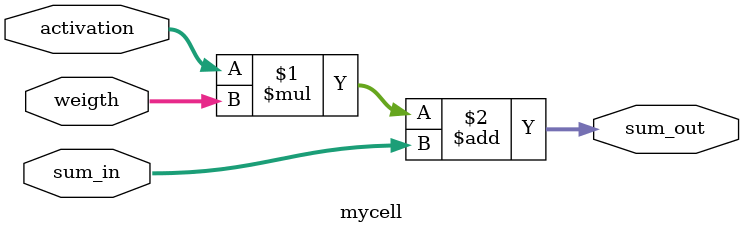
<source format=v>
module mycell #(
    parameter m=8,  //input activation
    parameter n=8,  //length weigth
    parameter k=8  //length activation
)(
    input  signed [k-1:0] activation,
    input  signed[n-1:0] weigth,
    input  signed[k+n+$clog2(m)+1:0]sum_in,
    output signed[k+n+$clog2(m)+1:0] sum_out
);

assign sum_out = activation*weigth + sum_in;

endmodule

</source>
